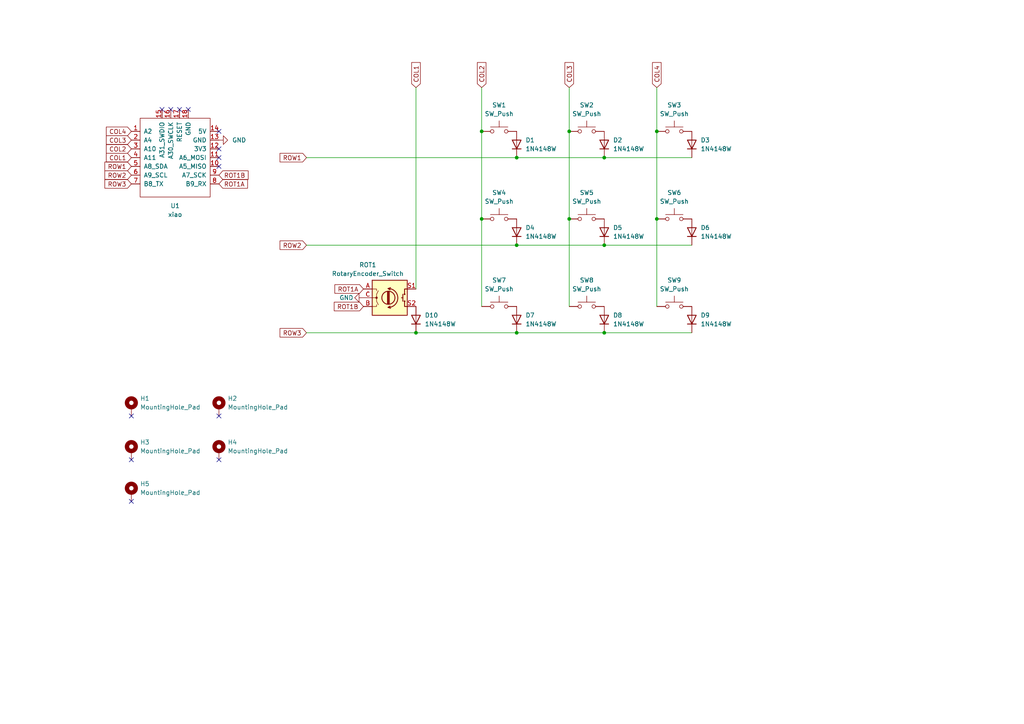
<source format=kicad_sch>
(kicad_sch (version 20211123) (generator eeschema)
  (paper "A4")
  (lib_symbols
    (symbol "Device:RotaryEncoder_Switch" (pin_names (offset 0.254) hide)
      (property "Reference" "SW" (at 0 6.604 0))
      (property "Value" "RotaryEncoder_Switch" (at 0 -6.604 0))
      (symbol "RotaryEncoder_Switch_0_1"
        (rectangle (start -5.08 5.08) (end 5.08 -5.08) (stroke (width 0.254)) (fill (type background)))
        (circle (center -3.81 0) (radius 0.254) (fill (type outline)))
        (arc (start -0.381 -2.794) (mid 2.3622 -0.0635) (end -0.381 2.667) (stroke (width 0.254)))
        (circle (center -0.381 0) (radius 1.905) (stroke (width 0.254)))
        (polyline (pts (xy -0.635 -1.778) (xy -0.635 1.778)) (stroke (width 0.254)))
        (polyline (pts (xy -0.381 -1.778) (xy -0.381 1.778)) (stroke (width 0.254)))
        (polyline (pts (xy -0.127 1.778) (xy -0.127 -1.778)) (stroke (width 0.254)))
        (polyline (pts (xy 3.81 0) (xy 3.429 0)) (stroke (width 0.254)))
        (polyline (pts (xy 3.81 1.016) (xy 3.81 -1.016)) (stroke (width 0.254)))
        (polyline (pts (xy -5.08 -2.54) (xy -3.81 -2.54) (xy -3.81 -2.032)))
        (polyline (pts (xy -5.08 2.54) (xy -3.81 2.54) (xy -3.81 2.032)))
        (polyline (pts (xy 0.254 -3.048) (xy -0.508 -2.794) (xy 0.127 -2.413)) (stroke (width 0.254)))
        (polyline (pts (xy 0.254 2.921) (xy -0.508 2.667) (xy 0.127 2.286)) (stroke (width 0.254)))
        (polyline (pts (xy 5.08 -2.54) (xy 4.318 -2.54) (xy 4.318 -1.016)) (stroke (width 0.254)))
        (polyline (pts (xy 5.08 2.54) (xy 4.318 2.54) (xy 4.318 1.016)) (stroke (width 0.254)))
        (polyline (pts (xy -5.08 0) (xy -3.81 0) (xy -3.81 -1.016) (xy -3.302 -2.032)))
        (polyline (pts (xy -4.318 0) (xy -3.81 0) (xy -3.81 1.016) (xy -3.302 2.032)))
        (circle (center 4.318 -1.016) (radius 0.127) (stroke (width 0.254)))
        (circle (center 4.318 1.016) (radius 0.127) (stroke (width 0.254)))
      )
      (symbol "RotaryEncoder_Switch_1_1"
        (pin passive line (at -7.62 2.54 0) (length 2.54) (name "A") (number "A"))
        (pin passive line (at -7.62 -2.54 0) (length 2.54) (name "B") (number "B"))
        (pin passive line (at -7.62 0 0) (length 2.54) (name "C") (number "C"))
        (pin passive line (at 7.62 2.54 180) (length 2.54) (name "S1") (number "S1"))
        (pin passive line (at 7.62 -2.54 180) (length 2.54) (name "S2") (number "S2"))
      )
    )
    (symbol "Diode:1N4148W" (pin_numbers hide) (pin_names (offset 1.016) hide)
      (property "Reference" "D" (at 0 2.54 0))
      (property "Value" "1N4148W" (at 0 -2.54 0))
      (symbol "1N4148W_0_1"
        (polyline (pts (xy -1.27 1.27) (xy -1.27 -1.27)) (stroke (width 0.254)))
        (polyline (pts (xy 1.27 0) (xy -1.27 0)))
        (polyline (pts (xy 1.27 1.27) (xy 1.27 -1.27) (xy -1.27 0) (xy 1.27 1.27)) (stroke (width 0.254)))
      )
      (symbol "1N4148W_1_1"
        (pin passive line (at -3.81 0 0) (length 2.54) (name "K") (number "1"))
        (pin passive line (at 3.81 0 180) (length 2.54) (name "A") (number "2"))
      )
    )
    (symbol "Mechanical:MountingHole_Pad" (pin_numbers hide) (pin_names (offset 1.016) hide)
      (property "Reference" "H" (at 0 6.35 0))
      (property "Value" "MountingHole_Pad" (at 0 4.445 0))
      (symbol "MountingHole_Pad_0_1"
        (circle (center 0 1.27) (radius 1.27) (stroke (width 1.27)))
      )
      (symbol "MountingHole_Pad_1_1"
        (pin input line (at 0 -2.54 90) (length 2.54) (name "1") (number "1"))
      )
    )
    (symbol "Switch:SW_Push" (pin_numbers hide) (pin_names (offset 1.016) hide)
      (property "Reference" "SW" (at 1.27 2.54 0))
      (property "Value" "SW_Push" (at 0 -1.524 0))
      (symbol "SW_Push_0_1"
        (circle (center -2.032 0) (radius 0.508))
        (polyline (pts (xy 0 1.27) (xy 0 3.048)))
        (polyline (pts (xy 2.54 1.27) (xy -2.54 1.27)))
        (circle (center 2.032 0) (radius 0.508))
        (pin passive line (at -5.08 0 0) (length 2.54) (name "1") (number "1"))
        (pin passive line (at 5.08 0 180) (length 2.54) (name "2") (number "2"))
      )
    )
    (symbol "mcu:xiao" (pin_names (offset 1.016))
      (property "Reference" "U" (at -10.16 15.24 0))
      (property "Value" "xiao" (at -8.89 12.7 0))
      (symbol "xiao_0_1"
        (rectangle (start -10.16 11.43) (end 10.16 -11.43))
      )
      (symbol "xiao_1_1"
        (pin bidirectional line (at -12.7 7.62 0) (length 2.54) (name "A2") (number "1"))
        (pin bidirectional line (at 12.7 -2.54 180) (length 2.54) (name "A5_MISO") (number "10"))
        (pin bidirectional line (at 12.7 0 180) (length 2.54) (name "A6_MOSI") (number "11"))
        (pin power_out line (at 12.7 2.54 180) (length 2.54) (name "3V3") (number "12"))
        (pin power_out line (at 12.7 5.08 180) (length 2.54) (name "GND") (number "13"))
        (pin power_out line (at 12.7 7.62 180) (length 2.54) (name "5V") (number "14"))
        (pin input line (at -3.81 13.97 270) (length 2.54) (name "A31_SWDIO") (number "15"))
        (pin input line (at -1.27 13.97 270) (length 2.54) (name "A30_SWCLK") (number "16"))
        (pin input line (at 1.27 13.97 270) (length 2.54) (name "RESET") (number "17"))
        (pin power_out line (at 3.81 13.97 270) (length 2.54) (name "GND") (number "18"))
        (pin bidirectional line (at -12.7 5.08 0) (length 2.54) (name "A4") (number "2"))
        (pin bidirectional line (at -12.7 2.54 0) (length 2.54) (name "A10") (number "3"))
        (pin bidirectional line (at -12.7 0 0) (length 2.54) (name "A11") (number "4"))
        (pin bidirectional line (at -12.7 -2.54 0) (length 2.54) (name "A8_SDA") (number "5"))
        (pin bidirectional line (at -12.7 -5.08 0) (length 2.54) (name "A9_SCL") (number "6"))
        (pin bidirectional line (at -12.7 -7.62 0) (length 2.54) (name "B8_TX") (number "7"))
        (pin bidirectional line (at 12.7 -7.62 180) (length 2.54) (name "B9_RX") (number "8"))
        (pin bidirectional line (at 12.7 -5.08 180) (length 2.54) (name "A7_SCK") (number "9"))
      )
    )
    (symbol "power:GND" (power) (pin_names (offset 0))
      (property "Value" "GND" (at 0 -3.81 0))
      (symbol "GND_0_1"
        (polyline (pts (xy 0 0) (xy 0 -1.27) (xy 1.27 -1.27) (xy 0 -2.54) (xy -1.27 -1.27) (xy 0 -1.27)))
      )
      (symbol "GND_1_1"
        (pin power_in line (at 0 0 270) (length 0) hide (name "GND") (number "1"))
      )
    )
  )
  (junction (at 175.26 96.52))
  (junction (at 190.5 38.1))
  (junction (at 149.86 71.12))
  (junction (at 165.1 38.1))
  (junction (at 175.26 45.72))
  (junction (at 139.7 63.5))
  (junction (at 175.26 71.12))
  (junction (at 165.1 63.5))
  (junction (at 149.86 96.52))
  (junction (at 139.7 38.1))
  (junction (at 149.86 45.72))
  (junction (at 190.5 63.5))
  (junction (at 120.65 96.52))
  (no_connect (at 38.1 120.65))
  (no_connect (at 46.99 31.75))
  (no_connect (at 49.53 31.75))
  (no_connect (at 52.07 31.75))
  (no_connect (at 54.61 31.75))
  (no_connect (at 63.5 43.18))
  (no_connect (at 63.5 38.1))
  (no_connect (at 38.1 133.35))
  (no_connect (at 63.5 120.65))
  (no_connect (at 63.5 48.26))
  (no_connect (at 63.5 45.72))
  (no_connect (at 63.5 133.35))
  (no_connect (at 38.1 145.415))
  (wire (pts (xy 175.26 96.52) (xy 200.66 96.52)))
  (wire (pts (xy 190.5 63.5) (xy 190.5 88.9)))
  (wire (pts (xy 149.86 71.12) (xy 175.26 71.12)))
  (wire (pts (xy 165.1 38.1) (xy 165.1 63.5)))
  (wire (pts (xy 88.9 71.12) (xy 149.86 71.12)))
  (wire (pts (xy 88.9 96.52) (xy 120.65 96.52)))
  (wire (pts (xy 165.1 25.4) (xy 165.1 38.1)))
  (wire (pts (xy 120.65 96.52) (xy 149.86 96.52)))
  (wire (pts (xy 139.7 25.4) (xy 139.7 38.1)))
  (wire (pts (xy 149.86 96.52) (xy 175.26 96.52)))
  (wire (pts (xy 165.1 63.5) (xy 165.1 88.9)))
  (wire (pts (xy 139.7 38.1) (xy 139.7 63.5)))
  (wire (pts (xy 120.65 25.4) (xy 120.65 83.82)))
  (wire (pts (xy 190.5 38.1) (xy 190.5 63.5)))
  (wire (pts (xy 149.86 45.72) (xy 175.26 45.72)))
  (wire (pts (xy 88.9 45.72) (xy 149.86 45.72)))
  (wire (pts (xy 190.5 25.4) (xy 190.5 38.1)))
  (wire (pts (xy 175.26 45.72) (xy 200.66 45.72)))
  (wire (pts (xy 139.7 63.5) (xy 139.7 88.9)))
  (wire (pts (xy 175.26 71.12) (xy 200.66 71.12)))
  (global_label "ROT1A" (shape input) (at 63.5 53.34 0) (property "Intersheet References" "${INTERSHEET_REFS}" (effects hide)))
  (global_label "ROW3" (shape input) (at 38.1 53.34 180) (property "Intersheet References" "${INTERSHEET_REFS}" (effects hide)))
  (global_label "ROW2" (shape input) (at 38.1 50.8 180) (property "Intersheet References" "${INTERSHEET_REFS}" (effects hide)))
  (global_label "ROT1B" (shape input) (at 105.41 88.9 180) (property "Intersheet References" "${INTERSHEET_REFS}" (effects hide)))
  (global_label "ROW3" (shape input) (at 88.9 96.52 180) (property "Intersheet References" "${INTERSHEET_REFS}" (effects hide)))
  (global_label "ROW1" (shape input) (at 88.9 45.72 180) (property "Intersheet References" "${INTERSHEET_REFS}" (effects hide)))
  (global_label "COL2" (shape input) (at 38.1 43.18 180) (property "Intersheet References" "${INTERSHEET_REFS}" (effects hide)))
  (global_label "COL3" (shape input) (at 165.1 25.4 90) (property "Intersheet References" "${INTERSHEET_REFS}" (effects hide)))
  (global_label "ROT1A" (shape input) (at 105.41 83.82 180) (property "Intersheet References" "${INTERSHEET_REFS}" (effects hide)))
  (global_label "COL4" (shape input) (at 190.5 25.4 90) (property "Intersheet References" "${INTERSHEET_REFS}" (effects hide)))
  (global_label "ROT1B" (shape input) (at 63.5 50.8 0) (property "Intersheet References" "${INTERSHEET_REFS}" (effects hide)))
  (global_label "COL2" (shape input) (at 139.7 25.4 90) (property "Intersheet References" "${INTERSHEET_REFS}" (effects hide)))
  (global_label "COL1" (shape input) (at 38.1 45.72 180) (property "Intersheet References" "${INTERSHEET_REFS}" (effects hide)))
  (global_label "ROW1" (shape input) (at 38.1 48.26 180) (property "Intersheet References" "${INTERSHEET_REFS}" (effects hide)))
  (global_label "COL3" (shape input) (at 38.1 40.64 180) (property "Intersheet References" "${INTERSHEET_REFS}" (effects hide)))
  (global_label "COL1" (shape input) (at 120.65 25.4 90) (property "Intersheet References" "${INTERSHEET_REFS}" (effects hide)))
  (global_label "COL4" (shape input) (at 38.1 38.1 180) (property "Intersheet References" "${INTERSHEET_REFS}" (effects hide)))
  (global_label "ROW2" (shape input) (at 88.9 71.12 180) (property "Intersheet References" "${INTERSHEET_REFS}" (effects hide)))
  (symbol (lib_id "Switch:SW_Push") (at 170.18 63.5 0) (unit 1)
    (property "Reference" "SW5" (at 170.18 55.88 0))
    (property "Value" "SW_Push" (at 170.18 58.42 0))
    (property "Footprint" "kleeb-pg1350:pg1350-H" (effects hide))
  )
  (symbol (lib_id "Diode:1N4148W") (at 200.66 92.71 90) (unit 1)
    (property "Reference" "D9" (at 203.2 91.4399 90) (effects (justify right)))
    (property "Value" "1N4148W" (at 203.2 93.9799 90) (effects (justify right)))
    (property "Footprint" "Diode_SMD:D_SOD-123" (effects hide))
    (property "Datasheet" "https://www.vishay.com/docs/85748/1n4148w.pdf" (effects hide))
  )
  (symbol (lib_id "Device:RotaryEncoder_Switch") (at 113.03 86.36 0) (unit 1)
    (property "Reference" "ROT1" (at 106.68 76.835 0))
    (property "Value" "RotaryEncoder_Switch" (at 106.68 79.375 0))
    (property "Footprint" "keebio:RotaryEncoder_EC11" (effects hide))
  )
  (symbol (lib_id "Switch:SW_Push") (at 170.18 38.1 0) (unit 1)
    (property "Reference" "SW2" (at 170.18 30.48 0))
    (property "Value" "SW_Push" (at 170.18 33.02 0))
    (property "Footprint" "kleeb-pg1350:pg1350-H" (effects hide))
  )
  (symbol (lib_id "Switch:SW_Push") (at 144.78 88.9 0) (unit 1)
    (property "Reference" "SW7" (at 144.78 81.28 0))
    (property "Value" "SW_Push" (at 144.78 83.82 0))
    (property "Footprint" "kleeb-pg1350:pg1350-H" (effects hide))
  )
  (symbol (lib_id "Switch:SW_Push") (at 195.58 63.5 0) (unit 1)
    (property "Reference" "SW6" (at 195.58 55.88 0))
    (property "Value" "SW_Push" (at 195.58 58.42 0))
    (property "Footprint" "kleeb-pg1350:pg1350-H" (effects hide))
  )
  (symbol (lib_id "Diode:1N4148W") (at 200.66 41.91 90) (unit 1)
    (property "Reference" "D3" (at 203.2 40.6399 90) (effects (justify right)))
    (property "Value" "1N4148W" (at 203.2 43.1799 90) (effects (justify right)))
    (property "Footprint" "Diode_SMD:D_SOD-123" (effects hide))
    (property "Datasheet" "https://www.vishay.com/docs/85748/1n4148w.pdf" (effects hide))
  )
  (symbol (lib_id "Diode:1N4148W") (at 149.86 67.31 90) (unit 1)
    (property "Reference" "D4" (at 152.4 66.0399 90) (effects (justify right)))
    (property "Value" "1N4148W" (at 152.4 68.5799 90) (effects (justify right)))
    (property "Footprint" "Diode_SMD:D_SOD-123" (effects hide))
    (property "Datasheet" "https://www.vishay.com/docs/85748/1n4148w.pdf" (effects hide))
  )
  (symbol (lib_id "Diode:1N4148W") (at 149.86 41.91 90) (unit 1)
    (property "Reference" "D1" (at 152.4 40.6399 90) (effects (justify right)))
    (property "Value" "1N4148W" (at 152.4 43.1799 90) (effects (justify right)))
    (property "Footprint" "Diode_SMD:D_SOD-123" (effects hide))
    (property "Datasheet" "https://www.vishay.com/docs/85748/1n4148w.pdf" (effects hide))
  )
  (symbol (lib_id "Mechanical:MountingHole_Pad") (at 38.1 142.875 0) (unit 1)
    (property "Reference" "H5" (at 40.64 140.3349 0) (effects (justify left)))
    (property "Value" "MountingHole_Pad" (at 40.64 142.8749 0) (effects (justify left)))
    (property "Footprint" "MountingHole:MountingHole_2.2mm_M2_DIN965_Pad" (effects hide))
  )
  (symbol (lib_id "Diode:1N4148W") (at 200.66 67.31 90) (unit 1)
    (property "Reference" "D6" (at 203.2 66.0399 90) (effects (justify right)))
    (property "Value" "1N4148W" (at 203.2 68.5799 90) (effects (justify right)))
    (property "Footprint" "Diode_SMD:D_SOD-123" (effects hide))
    (property "Datasheet" "https://www.vishay.com/docs/85748/1n4148w.pdf" (effects hide))
  )
  (symbol (lib_id "Mechanical:MountingHole_Pad") (at 63.5 130.81 0) (unit 1)
    (property "Reference" "H4" (at 66.04 128.2699 0) (effects (justify left)))
    (property "Value" "MountingHole_Pad" (at 66.04 130.8099 0) (effects (justify left)))
    (property "Footprint" "MountingHole:MountingHole_2.2mm_M2_DIN965_Pad" (effects hide))
  )
  (symbol (lib_id "Diode:1N4148W") (at 175.26 67.31 90) (unit 1)
    (property "Reference" "D5" (at 177.8 66.0399 90) (effects (justify right)))
    (property "Value" "1N4148W" (at 177.8 68.5799 90) (effects (justify right)))
    (property "Footprint" "Diode_SMD:D_SOD-123" (effects hide))
    (property "Datasheet" "https://www.vishay.com/docs/85748/1n4148w.pdf" (effects hide))
  )
  (symbol (lib_id "Switch:SW_Push") (at 144.78 38.1 0) (unit 1)
    (property "Reference" "SW1" (at 144.78 30.48 0))
    (property "Value" "SW_Push" (at 144.78 33.02 0))
    (property "Footprint" "kleeb-pg1350:pg1350-H" (effects hide))
  )
  (symbol (lib_id "Switch:SW_Push") (at 170.18 88.9 0) (unit 1)
    (property "Reference" "SW8" (at 170.18 81.28 0))
    (property "Value" "SW_Push" (at 170.18 83.82 0))
    (property "Footprint" "kleeb-pg1350:pg1350-H" (effects hide))
  )
  (symbol (lib_id "Diode:1N4148W") (at 149.86 92.71 90) (unit 1)
    (property "Reference" "D7" (at 152.4 91.4399 90) (effects (justify right)))
    (property "Value" "1N4148W" (at 152.4 93.9799 90) (effects (justify right)))
    (property "Footprint" "Diode_SMD:D_SOD-123" (effects hide))
    (property "Datasheet" "https://www.vishay.com/docs/85748/1n4148w.pdf" (effects hide))
  )
  (symbol (lib_id "Mechanical:MountingHole_Pad") (at 63.5 118.11 0) (unit 1)
    (property "Reference" "H2" (at 66.04 115.5699 0) (effects (justify left)))
    (property "Value" "MountingHole_Pad" (at 66.04 118.1099 0) (effects (justify left)))
    (property "Footprint" "MountingHole:MountingHole_2.2mm_M2_DIN965_Pad" (effects hide))
  )
  (symbol (lib_id "Diode:1N4148W") (at 175.26 41.91 90) (unit 1)
    (property "Reference" "D2" (at 177.8 40.6399 90) (effects (justify right)))
    (property "Value" "1N4148W" (at 177.8 43.1799 90) (effects (justify right)))
    (property "Footprint" "Diode_SMD:D_SOD-123" (effects hide))
    (property "Datasheet" "https://www.vishay.com/docs/85748/1n4148w.pdf" (effects hide))
  )
  (symbol (lib_id "Mechanical:MountingHole_Pad") (at 38.1 130.81 0) (unit 1)
    (property "Reference" "H3" (at 40.64 128.2699 0) (effects (justify left)))
    (property "Value" "MountingHole_Pad" (at 40.64 130.8099 0) (effects (justify left)))
    (property "Footprint" "MountingHole:MountingHole_2.2mm_M2_DIN965_Pad" (effects hide))
  )
  (symbol (lib_id "Switch:SW_Push") (at 144.78 63.5 0) (unit 1)
    (property "Reference" "SW4" (at 144.78 55.88 0))
    (property "Value" "SW_Push" (at 144.78 58.42 0))
    (property "Footprint" "kleeb-pg1350:pg1350-H" (effects hide))
  )
  (symbol (lib_id "Mechanical:MountingHole_Pad") (at 38.1 118.11 0) (unit 1)
    (property "Reference" "H1" (at 40.64 115.5699 0) (effects (justify left)))
    (property "Value" "MountingHole_Pad" (at 40.64 118.1099 0) (effects (justify left)))
    (property "Footprint" "MountingHole:MountingHole_2.2mm_M2_DIN965_Pad" (effects hide))
  )
  (symbol (lib_id "power:GND") (at 105.41 86.36 270) (unit 1)
    (property "Reference" "#PWR03" (effects hide))
    (property "Value" "GND" (at 98.425 86.36 90) (effects (justify left)))
  )
  (symbol (lib_id "power:GND") (at 63.5 40.64 90) (unit 1)
    (property "Reference" "#PWR02" (effects hide))
    (property "Value" "GND" (at 67.31 40.6399 90) (effects (justify right)))
  )
  (symbol (lib_id "Diode:1N4148W") (at 175.26 92.71 90) (unit 1)
    (property "Reference" "D8" (at 177.8 91.4399 90) (effects (justify right)))
    (property "Value" "1N4148W" (at 177.8 93.9799 90) (effects (justify right)))
    (property "Footprint" "Diode_SMD:D_SOD-123" (effects hide))
    (property "Datasheet" "https://www.vishay.com/docs/85748/1n4148w.pdf" (effects hide))
  )
  (symbol (lib_id "Switch:SW_Push") (at 195.58 38.1 0) (unit 1)
    (property "Reference" "SW3" (at 195.58 30.48 0))
    (property "Value" "SW_Push" (at 195.58 33.02 0))
    (property "Footprint" "kleeb-pg1350:pg1350-H" (effects hide))
  )
  (symbol (lib_id "mcu:xiao") (at 50.8 45.72 0) (unit 1)
    (property "Reference" "U1" (at 50.8 59.69 0))
    (property "Value" "xiao" (at 50.8 62.23 0))
    (property "Footprint" "kleeb-mcu:xiao-tht" (effects hide))
  )
  (symbol (lib_id "Diode:1N4148W") (at 120.65 92.71 90) (unit 1)
    (property "Reference" "D10" (at 123.19 91.4399 90) (effects (justify right)))
    (property "Value" "1N4148W" (at 123.19 93.9799 90) (effects (justify right)))
    (property "Footprint" "Diode_SMD:D_SOD-123" (effects hide))
    (property "Datasheet" "https://www.vishay.com/docs/85748/1n4148w.pdf" (effects hide))
  )
  (symbol (lib_id "Switch:SW_Push") (at 195.58 88.9 0) (unit 1)
    (property "Reference" "SW9" (at 195.58 81.28 0))
    (property "Value" "SW_Push" (at 195.58 83.82 0))
    (property "Footprint" "kleeb-pg1350:pg1350-H" (effects hide))
  )
)
</source>
